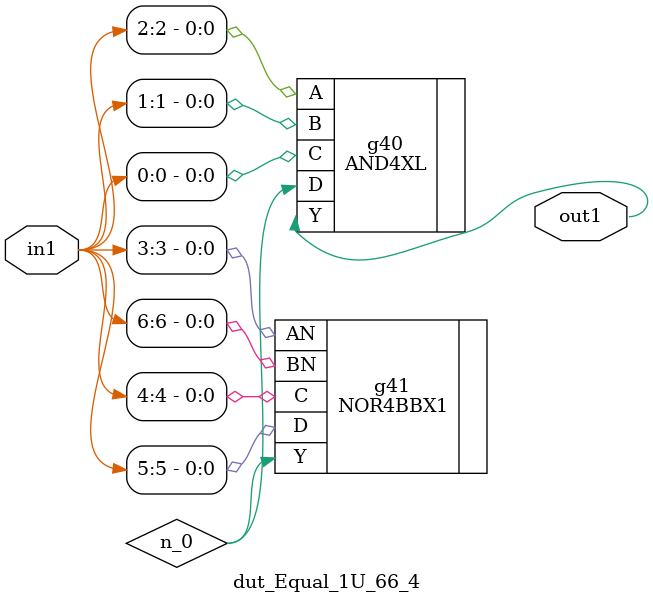
<source format=v>
`timescale 1ps / 1ps


module dut_Equal_1U_66_4(in1, out1);
  input [6:0] in1;
  output out1;
  wire [6:0] in1;
  wire out1;
  wire n_0;
  AND4XL g40(.A (in1[2]), .B (in1[1]), .C (in1[0]), .D (n_0), .Y
       (out1));
  NOR4BBX1 g41(.AN (in1[3]), .BN (in1[6]), .C (in1[4]), .D (in1[5]), .Y
       (n_0));
endmodule



</source>
